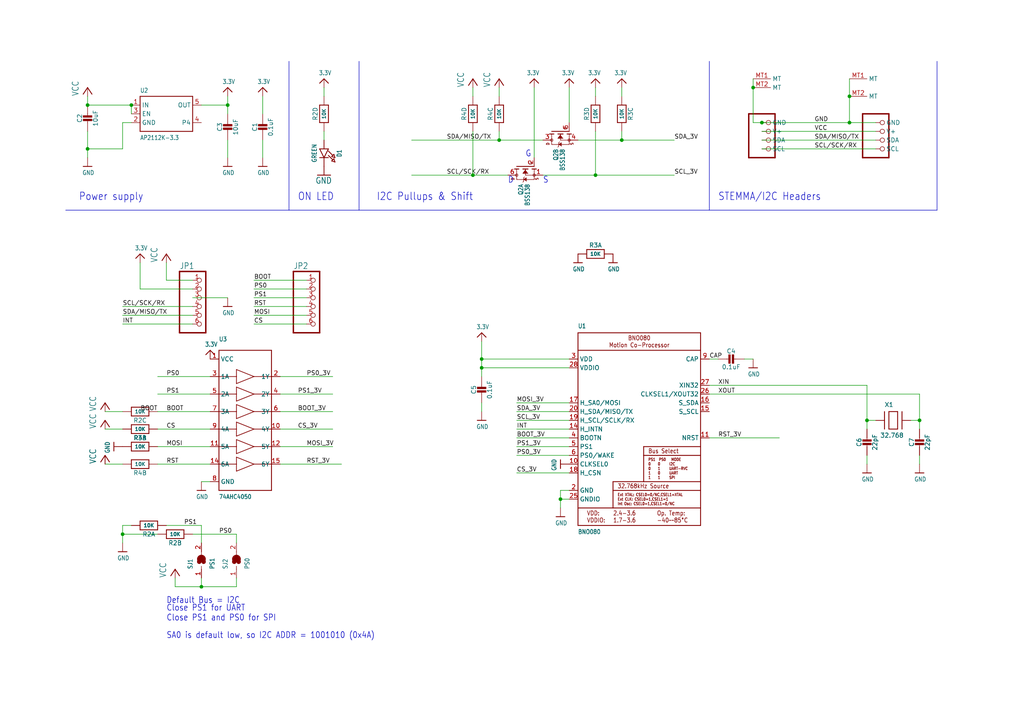
<source format=kicad_sch>
(kicad_sch (version 20230121) (generator eeschema)
  (paper "A4")
  (lib_symbols
    (symbol "Adafruit_BNO08x-eagle-import:3.3V" (power)
      (property "Value" "3.3V" (at -1.524 1.016 0))
      (symbol "3.3V_1_0"
        (pin power_in line (at 0 -2.54 90) (length 2.54) (name "3.3V") (number "1"))
      )
    )
    (symbol "Adafruit_BNO08x-eagle-import:74HC4050DTSSOP"
      (property "Reference" "U" (at -7.62 22.86 0))
      (symbol "74HC4050DTSSOP_1_0"
        (pin bidirectional line (at -10.16 17.78 0) (length 2.54) (name "VCC") (number "1"))
        (pin bidirectional line (at 10.16 -2.54 180) (length 2.54) (name "4Y") (number "10"))
        (pin bidirectional line (at -10.16 -7.62 0) (length 2.54) (name "5A") (number "11"))
        (pin bidirectional line (at 10.16 -7.62 180) (length 2.54) (name "5Y") (number "12"))
        (pin bidirectional line (at -10.16 -12.7 0) (length 2.54) (name "6A") (number "14"))
        (pin bidirectional line (at 10.16 -12.7 180) (length 2.54) (name "6Y") (number "15"))
        (pin bidirectional line (at 10.16 12.7 180) (length 2.54) (name "1Y") (number "2"))
        (pin bidirectional line (at -10.16 12.7 0) (length 2.54) (name "1A") (number "3"))
        (pin bidirectional line (at 10.16 7.62 180) (length 2.54) (name "2Y") (number "4"))
        (pin bidirectional line (at -10.16 7.62 0) (length 2.54) (name "2A") (number "5"))
        (pin bidirectional line (at 10.16 2.54 180) (length 2.54) (name "3Y") (number "6"))
        (pin bidirectional line (at -10.16 2.54 0) (length 2.54) (name "3A") (number "7"))
        (pin bidirectional line (at -10.16 -17.78 0) (length 2.54) (name "GND") (number "8"))
        (pin bidirectional line (at -10.16 -2.54 0) (length 2.54) (name "4A") (number "9"))
      )
    )
    (symbol "Adafruit_BNO08x-eagle-import:BNO080"
      (property "Reference" "U" (at -17.78 29.21 0))
      (symbol "BNO080_1_0"
        (text "2.4-3.6\n1.7-3.6" (at -7.62 -25.4 0) (effects (font (size 1.27 1.0795)) (justify left)))
        (text "32.768kHz Source" (at -6.35 -16.51 0) (effects (font (size 1.27 1.0795)) (justify left)))
        (text "BNO080\nMotion Co-Processor" (at 0 25.4 0) (effects (font (size 1.27 1.0795))))
        (text "Bus Select" (at 2.54 -6.35 0) (effects (font (size 1.27 1.0795)) (justify left)))
        (text "Ext XTAL: CSEL0=0/NC,CSEL1=XTAL\nExt CLK: CSEL0=1,CSEL1=1\nInt Osc: CSEL0=1,CSEL1=0/NC" (at -6.35 -20.32 0) (effects (font (size 0.8128 0.6908)) (justify left)))
        (text "Op. Temp:\n-40~~85°C" (at 5.08 -25.4 0) (effects (font (size 1.27 1.0795)) (justify left)))
        (text "PS1  PS0   MODE\n0    0     I2C\n0    1     UART-RVC\n1    0     UART\n1    1     SPI" (at 2.54 -11.43 0) (effects (font (size 0.8128 0.6908)) (justify left)))
        (text "VDD:\nVDDIO:" (at -15.24 -25.4 0) (effects (font (size 1.27 1.0795)) (justify left)))
        (pin input line (at -20.32 -10.16 0) (length 2.54) (name "CLKSEL0") (number "10"))
        (pin input line (at 20.32 -2.54 180) (length 2.54) (name "NRST") (number "11"))
        (pin output line (at -20.32 0 0) (length 2.54) (name "H_INTN") (number "14"))
        (pin bidirectional line (at 20.32 5.08 180) (length 2.54) (name "S_SCL") (number "15"))
        (pin bidirectional line (at 20.32 7.62 180) (length 2.54) (name "S_SDA") (number "16"))
        (pin output line (at -20.32 7.62 0) (length 2.54) (name "H_SA0/MOSI") (number "17"))
        (pin input line (at -20.32 -12.7 0) (length 2.54) (name "H_CSN") (number "18"))
        (pin bidirectional line (at -20.32 2.54 0) (length 2.54) (name "H_SCL/SCLK/RX") (number "19"))
        (pin power_in line (at -20.32 -17.78 0) (length 2.54) (name "GND") (number "2"))
        (pin bidirectional line (at -20.32 5.08 0) (length 2.54) (name "H_SDA/MISO/TX") (number "20"))
        (pin power_in line (at -20.32 -20.32 0) (length 2.54) (name "GNDIO") (number "25"))
        (pin output line (at 20.32 10.16 180) (length 2.54) (name "CLKSEL1/XOUT32") (number "26"))
        (pin input line (at 20.32 12.7 180) (length 2.54) (name "XIN32") (number "27"))
        (pin power_in line (at -20.32 17.78 0) (length 2.54) (name "VDDIO") (number "28"))
        (pin power_in line (at -20.32 20.32 0) (length 2.54) (name "VDD") (number "3"))
        (pin input line (at -20.32 -2.54 0) (length 2.54) (name "BOOTN") (number "4"))
        (pin input line (at -20.32 -5.08 0) (length 2.54) (name "PS1") (number "5"))
        (pin input line (at -20.32 -7.62 0) (length 2.54) (name "PS0/WAKE") (number "6"))
        (pin passive line (at 20.32 20.32 180) (length 2.54) (name "CAP") (number "9"))
      )
    )
    (symbol "Adafruit_BNO08x-eagle-import:CAP_CERAMIC0603_NO"
      (property "Reference" "C" (at -2.29 1.25 90))
      (symbol "CAP_CERAMIC0603_NO_1_0"
        (pin passive line (at 0 5.08 270) (length 2.54) (name "1") (number "1"))
        (pin passive line (at 0 -2.54 90) (length 2.54) (name "2") (number "2"))
      )
    )
    (symbol "Adafruit_BNO08x-eagle-import:CAP_CERAMIC0805-NOOUTLINE"
      (property "Reference" "C" (at -2.29 1.25 90))
      (symbol "CAP_CERAMIC0805-NOOUTLINE_1_0"
        (pin passive line (at 0 5.08 270) (length 2.54) (name "1") (number "1"))
        (pin passive line (at 0 -2.54 90) (length 2.54) (name "2") (number "2"))
      )
    )
    (symbol "Adafruit_BNO08x-eagle-import:GND" (power)
      (property "Value" "GND" (at -1.524 -2.54 0))
      (symbol "GND_1_0"
        (pin power_in line (at 0 2.54 270) (length 2.54) (name "GND") (number "1"))
      )
    )
    (symbol "Adafruit_BNO08x-eagle-import:HEADER-1X670MIL"
      (property "Reference" "JP" (at -6.35 10.795 0))
      (symbol "HEADER-1X670MIL_1_0"
        (pin passive inverted (at -2.54 7.62 0) (length 2.54) (name "1") (number "1"))
        (pin passive inverted (at -2.54 5.08 0) (length 2.54) (name "2") (number "2"))
        (pin passive inverted (at -2.54 2.54 0) (length 2.54) (name "3") (number "3"))
        (pin passive inverted (at -2.54 0 0) (length 2.54) (name "4") (number "4"))
        (pin passive inverted (at -2.54 -2.54 0) (length 2.54) (name "5") (number "5"))
        (pin passive inverted (at -2.54 -5.08 0) (length 2.54) (name "6") (number "6"))
      )
    )
    (symbol "Adafruit_BNO08x-eagle-import:LED0603_NOOUTLINE"
      (property "Reference" "D" (at -1.27 4.445 0))
      (symbol "LED0603_NOOUTLINE_1_0"
        (pin passive line (at -5.08 0 0) (length 2.54) (name "A") (number "A"))
        (pin passive line (at 2.54 0 180) (length 2.54) (name "C") (number "C"))
      )
    )
    (symbol "Adafruit_BNO08x-eagle-import:MOSFET-N_DUAL"
      (property "Reference" "Q" (at 5.08 0.635 0))
      (symbol "MOSFET-N_DUAL_1_0"
        (text "D" (at 3.175 3.175 0) (effects (font (size 0.8128 0.6908)) (justify left bottom)))
        (text "G" (at -1.27 -1.905 0) (effects (font (size 0.8128 0.6908)) (justify left bottom)))
        (text "S" (at 3.175 -3.81 0) (effects (font (size 0.8128 0.6908)) (justify left bottom)))
        (pin bidirectional line (at 2.54 -5.08 90) (length 2.54) (name "S") (number "1"))
        (pin bidirectional line (at -2.54 -2.54 0) (length 2.54) (name "G") (number "2"))
        (pin bidirectional line (at 2.54 5.08 270) (length 2.54) (name "D") (number "6"))
      )
      (symbol "MOSFET-N_DUAL_2_0"
        (text "D" (at 3.175 3.175 0) (effects (font (size 0.8128 0.6908)) (justify left bottom)))
        (text "G" (at -1.27 -1.905 0) (effects (font (size 0.8128 0.6908)) (justify left bottom)))
        (text "S" (at 3.175 -3.81 0) (effects (font (size 0.8128 0.6908)) (justify left bottom)))
        (pin bidirectional line (at 2.54 5.08 270) (length 2.54) (name "D") (number "3"))
        (pin bidirectional line (at 2.54 -5.08 90) (length 2.54) (name "S") (number "4"))
        (pin bidirectional line (at -2.54 -2.54 0) (length 2.54) (name "G") (number "5"))
      )
    )
    (symbol "Adafruit_BNO08x-eagle-import:RESISTOR_4PACK"
      (property "Reference" "R" (at 0 2.54 0))
      (symbol "RESISTOR_4PACK_1_0"
        (pin passive line (at -5.08 0 0) (length 2.54) (name "1") (number "1"))
        (pin passive line (at 5.08 0 180) (length 2.54) (name "2") (number "8"))
      )
      (symbol "RESISTOR_4PACK_2_0"
        (pin passive line (at -5.08 0 0) (length 2.54) (name "1") (number "2"))
        (pin passive line (at 5.08 0 180) (length 2.54) (name "2") (number "7"))
      )
      (symbol "RESISTOR_4PACK_3_0"
        (pin passive line (at -5.08 0 0) (length 2.54) (name "1") (number "3"))
        (pin passive line (at 5.08 0 180) (length 2.54) (name "2") (number "6"))
      )
      (symbol "RESISTOR_4PACK_4_0"
        (pin passive line (at -5.08 0 0) (length 2.54) (name "1") (number "4"))
        (pin passive line (at 5.08 0 180) (length 2.54) (name "2") (number "5"))
      )
    )
    (symbol "Adafruit_BNO08x-eagle-import:SOLDERJUMPER"
      (property "Reference" "SJ" (at -2.54 2.54 0))
      (symbol "SOLDERJUMPER_1_0"
        (pin passive line (at -5.08 0 0) (length 2.54) (name "1") (number "1"))
        (pin passive line (at 5.08 0 180) (length 2.54) (name "2") (number "2"))
      )
    )
    (symbol "Adafruit_BNO08x-eagle-import:STEMMA_I2C_QT"
      (symbol "STEMMA_I2C_QT_1_0"
        (pin passive inverted (at 0 5.08 0) (length 2.54) (name "GND") (number "1"))
        (pin passive inverted (at 0 2.54 0) (length 2.54) (name "V+") (number "2"))
        (pin passive inverted (at 0 0 0) (length 2.54) (name "SDA") (number "3"))
        (pin passive inverted (at 0 -2.54 0) (length 2.54) (name "SCL") (number "4"))
      )
      (symbol "STEMMA_I2C_QT_2_0"
        (pin bidirectional line (at 0 0 0) (length 5.08) (name "MT") (number "MT1"))
      )
      (symbol "STEMMA_I2C_QT_3_0"
        (pin bidirectional line (at 0 0 0) (length 5.08) (name "MT") (number "MT2"))
      )
    )
    (symbol "Adafruit_BNO08x-eagle-import:VCC" (power)
      (property "Value" "VCC" (at -2.54 -2.54 90))
      (symbol "VCC_1_0"
        (pin power_in line (at 0 -2.54 90) (length 2.54) (name "VCC") (number "1"))
      )
    )
    (symbol "Adafruit_BNO08x-eagle-import:VREG_SOT23-5"
      (property "Reference" "U" (at -7.62 6.096 0))
      (symbol "VREG_SOT23-5_1_0"
        (pin power_in line (at -10.16 2.54 0) (length 2.54) (name "IN") (number "1"))
        (pin power_in line (at -10.16 -2.54 0) (length 2.54) (name "GND") (number "2"))
        (pin input line (at -10.16 0 0) (length 2.54) (name "EN") (number "3"))
        (pin bidirectional line (at 10.16 -2.54 180) (length 2.54) (name "P4") (number "4"))
        (pin power_in line (at 10.16 2.54 180) (length 2.54) (name "OUT") (number "5"))
      )
    )
    (symbol "Adafruit_BNO08x-eagle-import:XTAL-3.2X1.5"
      (property "Reference" "X" (at -2.54 3.81 0))
      (symbol "XTAL-3.2X1.5_1_0"
        (pin bidirectional line (at -5.08 0 0) (length 2.54) (name "P$1") (number "P$1"))
        (pin bidirectional line (at 5.08 0 180) (length 2.54) (name "P$2") (number "P$2"))
      )
    )
    (symbol "Adafruit_BNO08x-eagle-import:supply1_GND" (power)
      (property "Value" "supply1_GND" (at -2.54 -2.54 0))
      (symbol "supply1_GND_1_0"
        (pin power_in line (at 0 2.54 270) (length 2.54) (name "GND") (number "1"))
      )
    )
  )
  (junction (at 218.44 25.4))
  (junction (at 180.34 40.64))
  (junction (at 137.16 50.8))
  (junction (at 251.46 121.92))
  (junction (at 25.4 30.48))
  (junction (at 162.56 144.78))
  (junction (at 139.7 106.68))
  (junction (at 246.38 27.94))
  (junction (at 246.38 35.56))
  (junction (at 220.98 35.56))
  (junction (at 66.04 30.48))
  (junction (at 139.7 104.14))
  (junction (at 172.72 50.8))
  (junction (at 35.56 154.94))
  (junction (at 25.4 43.18))
  (junction (at 38.1 30.48))
  (junction (at 266.7 121.92))
  (junction (at 144.78 40.64))
  (junction (at 58.42 170.18))
  (wire (pts (xy 165.1 127) (xy 149.86 127)) (stroke (width 0.1524)))
  (polyline (pts (xy 83.82 60.96) (xy 104.14 60.96)) (stroke (width 0.1524) (type solid)))
  (wire (pts (xy 165.1 106.68) (xy 139.7 106.68)) (stroke (width 0.1524)))
  (polyline (pts (xy 19.05 60.96) (xy 83.82 60.96)) (stroke (width 0.1524) (type solid)))
  (wire (pts (xy 88.9 93.98) (xy 73.66 93.98)) (stroke (width 0.1524)))
  (polyline (pts (xy 205.74 17.78) (xy 205.74 60.96)) (stroke (width 0.1524) (type solid)))
  (wire (pts (xy 254 121.92) (xy 251.46 121.92)) (stroke (width 0.1524)))
  (wire (pts (xy 88.9 91.44) (xy 73.66 91.44)) (stroke (width 0.1524)))
  (wire (pts (xy 48.26 81.28) (xy 48.26 76.2)) (stroke (width 0.1524)))
  (polyline (pts (xy 205.74 60.96) (xy 271.78 60.96)) (stroke (width 0.1524) (type solid)))
  (wire (pts (xy 220.98 43.18) (xy 254 43.18)) (stroke (width 0.1524)))
  (wire (pts (xy 55.88 91.44) (xy 35.56 91.44)) (stroke (width 0.1524)))
  (wire (pts (xy 147.32 50.8) (xy 137.16 50.8)) (stroke (width 0.1524)))
  (wire (pts (xy 218.44 25.4) (xy 218.44 35.56)) (stroke (width 0.1524)))
  (wire (pts (xy 165.1 137.16) (xy 149.86 137.16)) (stroke (width 0.1524)))
  (wire (pts (xy 68.58 170.18) (xy 58.42 170.18)) (stroke (width 0.1524)))
  (polyline (pts (xy 104.14 60.96) (xy 205.74 60.96)) (stroke (width 0.1524) (type solid)))
  (wire (pts (xy 38.1 35.56) (xy 35.56 35.56)) (stroke (width 0.1524)))
  (wire (pts (xy 60.96 114.3) (xy 45.72 114.3)) (stroke (width 0.1524)))
  (wire (pts (xy 165.1 121.92) (xy 149.86 121.92)) (stroke (width 0.1524)))
  (wire (pts (xy 88.9 83.82) (xy 73.66 83.82)) (stroke (width 0.1524)))
  (wire (pts (xy 81.28 119.38) (xy 96.52 119.38)) (stroke (width 0.1524)))
  (wire (pts (xy 35.56 35.56) (xy 35.56 43.18)) (stroke (width 0.1524)))
  (wire (pts (xy 30.48 134.62) (xy 35.56 134.62)) (stroke (width 0.1524)))
  (wire (pts (xy 218.44 22.86) (xy 218.44 25.4)) (stroke (width 0.1524)))
  (wire (pts (xy 246.38 35.56) (xy 220.98 35.56)) (stroke (width 0.1524)))
  (wire (pts (xy 30.48 124.46) (xy 35.56 124.46)) (stroke (width 0.1524)))
  (wire (pts (xy 266.7 132.08) (xy 266.7 134.62)) (stroke (width 0.1524)))
  (wire (pts (xy 144.78 38.1) (xy 144.78 40.64)) (stroke (width 0.1524)))
  (wire (pts (xy 165.1 129.54) (xy 149.86 129.54)) (stroke (width 0.1524)))
  (wire (pts (xy 172.72 50.8) (xy 195.58 50.8)) (stroke (width 0.1524)))
  (wire (pts (xy 40.64 83.82) (xy 40.64 76.2)) (stroke (width 0.1524)))
  (wire (pts (xy 144.78 27.94) (xy 144.78 25.4)) (stroke (width 0.1524)))
  (wire (pts (xy 35.56 43.18) (xy 25.4 43.18)) (stroke (width 0.1524)))
  (wire (pts (xy 165.1 104.14) (xy 139.7 104.14)) (stroke (width 0.1524)))
  (wire (pts (xy 254 40.64) (xy 220.98 40.64)) (stroke (width 0.1524)))
  (wire (pts (xy 55.88 83.82) (xy 40.64 83.82)) (stroke (width 0.1524)))
  (wire (pts (xy 55.88 154.94) (xy 68.58 154.94)) (stroke (width 0.1524)))
  (wire (pts (xy 165.1 119.38) (xy 149.86 119.38)) (stroke (width 0.1524)))
  (wire (pts (xy 48.26 152.4) (xy 58.42 152.4)) (stroke (width 0.1524)))
  (wire (pts (xy 205.74 127) (xy 226.06 127)) (stroke (width 0.1524)))
  (wire (pts (xy 58.42 167.64) (xy 58.42 170.18)) (stroke (width 0.1524)))
  (wire (pts (xy 96.52 114.3) (xy 81.28 114.3)) (stroke (width 0.1524)))
  (wire (pts (xy 251.46 111.76) (xy 251.46 121.92)) (stroke (width 0.1524)))
  (wire (pts (xy 165.1 142.24) (xy 162.56 142.24)) (stroke (width 0.1524)))
  (wire (pts (xy 180.34 40.64) (xy 195.58 40.64)) (stroke (width 0.1524)))
  (wire (pts (xy 162.56 144.78) (xy 162.56 147.32)) (stroke (width 0.1524)))
  (wire (pts (xy 220.98 38.1) (xy 254 38.1)) (stroke (width 0.1524)))
  (wire (pts (xy 137.16 38.1) (xy 137.16 50.8)) (stroke (width 0.1524)))
  (wire (pts (xy 205.74 104.14) (xy 208.28 104.14)) (stroke (width 0.1524)))
  (polyline (pts (xy 104.14 17.78) (xy 104.14 60.96)) (stroke (width 0.1524) (type solid)))
  (wire (pts (xy 30.48 119.38) (xy 35.56 119.38)) (stroke (width 0.1524)))
  (wire (pts (xy 165.1 144.78) (xy 162.56 144.78)) (stroke (width 0.1524)))
  (wire (pts (xy 66.04 30.48) (xy 66.04 27.94)) (stroke (width 0.1524)))
  (wire (pts (xy 55.88 81.28) (xy 48.26 81.28)) (stroke (width 0.1524)))
  (wire (pts (xy 38.1 33.02) (xy 38.1 30.48)) (stroke (width 0.1524)))
  (wire (pts (xy 139.7 106.68) (xy 139.7 104.14)) (stroke (width 0.1524)))
  (wire (pts (xy 58.42 30.48) (xy 66.04 30.48)) (stroke (width 0.1524)))
  (wire (pts (xy 266.7 114.3) (xy 266.7 121.92)) (stroke (width 0.1524)))
  (wire (pts (xy 45.72 134.62) (xy 60.96 134.62)) (stroke (width 0.1524)))
  (wire (pts (xy 149.86 132.08) (xy 165.1 132.08)) (stroke (width 0.1524)))
  (wire (pts (xy 35.56 154.94) (xy 35.56 157.48)) (stroke (width 0.1524)))
  (wire (pts (xy 205.74 114.3) (xy 266.7 114.3)) (stroke (width 0.1524)))
  (wire (pts (xy 165.1 35.56) (xy 165.1 25.4)) (stroke (width 0.1524)))
  (wire (pts (xy 66.04 30.48) (xy 66.04 33.02)) (stroke (width 0.1524)))
  (wire (pts (xy 251.46 132.08) (xy 251.46 134.62)) (stroke (width 0.1524)))
  (wire (pts (xy 81.28 129.54) (xy 96.52 129.54)) (stroke (width 0.1524)))
  (polyline (pts (xy 83.82 17.78) (xy 83.82 60.96)) (stroke (width 0.1524) (type solid)))
  (wire (pts (xy 154.94 45.72) (xy 154.94 25.4)) (stroke (width 0.1524)))
  (wire (pts (xy 60.96 109.22) (xy 45.72 109.22)) (stroke (width 0.1524)))
  (wire (pts (xy 180.34 27.94) (xy 180.34 25.4)) (stroke (width 0.1524)))
  (wire (pts (xy 88.9 88.9) (xy 73.66 88.9)) (stroke (width 0.1524)))
  (wire (pts (xy 215.9 104.14) (xy 218.44 104.14)) (stroke (width 0.1524)))
  (wire (pts (xy 246.38 22.86) (xy 246.38 27.94)) (stroke (width 0.1524)))
  (wire (pts (xy 58.42 152.4) (xy 58.42 157.48)) (stroke (width 0.1524)))
  (wire (pts (xy 50.8 170.18) (xy 50.8 167.64)) (stroke (width 0.1524)))
  (wire (pts (xy 165.1 124.46) (xy 149.86 124.46)) (stroke (width 0.1524)))
  (wire (pts (xy 25.4 43.18) (xy 25.4 45.72)) (stroke (width 0.1524)))
  (wire (pts (xy 167.64 40.64) (xy 180.34 40.64)) (stroke (width 0.1524)))
  (wire (pts (xy 45.72 154.94) (xy 35.56 154.94)) (stroke (width 0.1524)))
  (polyline (pts (xy 271.78 17.78) (xy 271.78 60.96)) (stroke (width 0.1524) (type solid)))
  (wire (pts (xy 93.98 40.64) (xy 93.98 38.1)) (stroke (width 0.1524)))
  (wire (pts (xy 88.9 81.28) (xy 73.66 81.28)) (stroke (width 0.1524)))
  (wire (pts (xy 157.48 40.64) (xy 144.78 40.64)) (stroke (width 0.1524)))
  (wire (pts (xy 60.96 139.7) (xy 58.42 139.7)) (stroke (width 0.1524)))
  (wire (pts (xy 162.56 142.24) (xy 162.56 144.78)) (stroke (width 0.1524)))
  (wire (pts (xy 172.72 27.94) (xy 172.72 25.4)) (stroke (width 0.1524)))
  (wire (pts (xy 266.7 121.92) (xy 266.7 124.46)) (stroke (width 0.1524)))
  (wire (pts (xy 58.42 170.18) (xy 50.8 170.18)) (stroke (width 0.1524)))
  (wire (pts (xy 66.04 40.64) (xy 66.04 45.72)) (stroke (width 0.1524)))
  (wire (pts (xy 35.56 152.4) (xy 38.1 152.4)) (stroke (width 0.1524)))
  (wire (pts (xy 180.34 38.1) (xy 180.34 40.64)) (stroke (width 0.1524)))
  (wire (pts (xy 55.88 86.36) (xy 66.04 86.36)) (stroke (width 0.1524)))
  (wire (pts (xy 254 35.56) (xy 246.38 35.56)) (stroke (width 0.1524)))
  (wire (pts (xy 144.78 40.64) (xy 119.38 40.64)) (stroke (width 0.1524)))
  (wire (pts (xy 45.72 124.46) (xy 60.96 124.46)) (stroke (width 0.1524)))
  (wire (pts (xy 246.38 27.94) (xy 246.38 35.56)) (stroke (width 0.1524)))
  (wire (pts (xy 68.58 167.64) (xy 68.58 170.18)) (stroke (width 0.1524)))
  (wire (pts (xy 157.48 50.8) (xy 172.72 50.8)) (stroke (width 0.1524)))
  (wire (pts (xy 38.1 30.48) (xy 25.4 30.48)) (stroke (width 0.1524)))
  (wire (pts (xy 55.88 88.9) (xy 35.56 88.9)) (stroke (width 0.1524)))
  (wire (pts (xy 60.96 129.54) (xy 45.72 129.54)) (stroke (width 0.1524)))
  (wire (pts (xy 93.98 25.4) (xy 93.98 27.94)) (stroke (width 0.1524)))
  (wire (pts (xy 76.2 40.64) (xy 76.2 45.72)) (stroke (width 0.1524)))
  (wire (pts (xy 81.28 124.46) (xy 96.52 124.46)) (stroke (width 0.1524)))
  (wire (pts (xy 35.56 152.4) (xy 35.56 154.94)) (stroke (width 0.1524)))
  (wire (pts (xy 218.44 35.56) (xy 220.98 35.56)) (stroke (width 0.1524)))
  (wire (pts (xy 205.74 111.76) (xy 251.46 111.76)) (stroke (width 0.1524)))
  (wire (pts (xy 55.88 93.98) (xy 35.56 93.98)) (stroke (width 0.1524)))
  (wire (pts (xy 88.9 86.36) (xy 73.66 86.36)) (stroke (width 0.1524)))
  (wire (pts (xy 139.7 116.84) (xy 139.7 119.38)) (stroke (width 0.1524)))
  (wire (pts (xy 68.58 154.94) (xy 68.58 157.48)) (stroke (width 0.1524)))
  (wire (pts (xy 25.4 27.94) (xy 25.4 30.48)) (stroke (width 0.1524)))
  (wire (pts (xy 264.16 121.92) (xy 266.7 121.92)) (stroke (width 0.1524)))
  (wire (pts (xy 139.7 109.22) (xy 139.7 106.68)) (stroke (width 0.1524)))
  (wire (pts (xy 139.7 104.14) (xy 139.7 99.06)) (stroke (width 0.1524)))
  (wire (pts (xy 76.2 27.94) (xy 76.2 33.02)) (stroke (width 0.1524)))
  (wire (pts (xy 251.46 121.92) (xy 251.46 124.46)) (stroke (width 0.1524)))
  (wire (pts (xy 165.1 116.84) (xy 149.86 116.84)) (stroke (width 0.1524)))
  (wire (pts (xy 137.16 50.8) (xy 119.38 50.8)) (stroke (width 0.1524)))
  (wire (pts (xy 81.28 134.62) (xy 99.06 134.62)) (stroke (width 0.1524)))
  (wire (pts (xy 81.28 109.22) (xy 96.52 109.22)) (stroke (width 0.1524)))
  (wire (pts (xy 60.96 119.38) (xy 45.72 119.38)) (stroke (width 0.1524)))
  (wire (pts (xy 172.72 38.1) (xy 172.72 50.8)) (stroke (width 0.1524)))
  (wire (pts (xy 25.4 43.18) (xy 25.4 38.1)) (stroke (width 0.1524)))
  (wire (pts (xy 137.16 25.4) (xy 137.16 27.94)) (stroke (width 0.1524)))
  (text "Close PS1 for UART\nClose PS1 and PS0 for SPI" (at 48.26 180.34 0) (effects (font (size 1.778 1.5113)) (justify left bottom)))
  (text "I2C Pullups & Shift" (at 109.22 58.42 0) (effects (font (size 2.1844 1.8567)) (justify left bottom)))
  (text "SA0 is default low, so I2C ADDR = 1001010 (0x4A)" (at 48.26 185.42 0) (effects (font (size 1.778 1.5113)) (justify left bottom)))
  (text "S" (at 157.48 53.34 0) (effects (font (size 1.778 1.5113)) (justify left bottom)))
  (text "Power supply" (at 22.86 58.42 0) (effects (font (size 2.1844 1.8567)) (justify left bottom)))
  (text "G" (at 152.4 45.72 0) (effects (font (size 1.778 1.5113)) (justify left bottom)))
  (text "Default Bus = I2C" (at 48.26 175.26 0) (effects (font (size 1.778 1.5113)) (justify left bottom)))
  (text "D" (at 147.32 53.34 0) (effects (font (size 1.778 1.5113)) (justify left bottom)))
  (text "STEMMA/I2C Headers" (at 208.28 58.42 0) (effects (font (size 2.1844 1.8567)) (justify left bottom)))
  (text "ON LED" (at 86.36 58.42 0) (effects (font (size 2.1844 1.8567)) (justify left bottom)))
  (label "SDA/MISO/TX" (at 35.56 91.44 0) (effects (font (size 1.2446 1.2446))))
  (label "PS0" (at 63.5 154.94 0) (effects (font (size 1.2446 1.2446))))
  (label "SCL/SCK/RX" (at 129.54 50.8 0) (effects (font (size 1.2446 1.2446))))
  (label "PS0_3V" (at 149.86 132.08 0) (effects (font (size 1.2446 1.2446))))
  (label "CS_3V" (at 149.86 137.16 0) (effects (font (size 1.2446 1.2446))))
  (label "MOSI_3V" (at 88.9 129.54 0) (effects (font (size 1.2446 1.2446))))
  (label "PS1_3V" (at 86.36 114.3 0) (effects (font (size 1.2446 1.2446))))
  (label "SCL/SCK/RX" (at 35.56 88.9 0) (effects (font (size 1.2446 1.2446))))
  (label "RST" (at 48.26 134.62 0) (effects (font (size 1.2446 1.2446))))
  (label "BOOT_3V" (at 86.36 119.38 0) (effects (font (size 1.2446 1.2446))))
  (label "GND" (at 236.22 35.56 0) (effects (font (size 1.2446 1.2446))))
  (label "SDA/MISO/TX" (at 236.22 40.64 0) (effects (font (size 1.2446 1.2446))))
  (label "CS" (at 48.26 124.46 0) (effects (font (size 1.2446 1.2446))))
  (label "CAP" (at 205.74 104.14 0) (effects (font (size 1.2446 1.2446))))
  (label "RST_3V" (at 88.9 134.62 0) (effects (font (size 1.2446 1.2446))))
  (label "XIN" (at 208.28 111.76 0) (effects (font (size 1.2446 1.2446))))
  (label "BOOT" (at 73.66 81.28 0) (effects (font (size 1.2446 1.2446))))
  (label "VCC" (at 236.22 38.1 0) (effects (font (size 1.2446 1.2446))))
  (label "PS1_3V" (at 149.86 129.54 0) (effects (font (size 1.2446 1.2446))))
  (label "SCL_3V" (at 195.58 50.8 0) (effects (font (size 1.2446 1.2446))))
  (label "SDA_3V" (at 149.86 119.38 0) (effects (font (size 1.2446 1.2446))))
  (label "SCL_3V" (at 149.86 121.92 0) (effects (font (size 1.2446 1.2446))))
  (label "SCL/SCK/RX" (at 236.22 43.18 0) (effects (font (size 1.2446 1.2446))))
  (label "CS_3V" (at 86.36 124.46 0) (effects (font (size 1.2446 1.2446))))
  (label "CS" (at 73.66 93.98 0) (effects (font (size 1.2446 1.2446))))
  (label "BOOT_3V" (at 149.86 127 0) (effects (font (size 1.2446 1.2446))))
  (label "MOSI" (at 73.66 91.44 0) (effects (font (size 1.2446 1.2446))))
  (label "MOSI" (at 48.26 129.54 0) (effects (font (size 1.2446 1.2446))))
  (label "PS1" (at 73.66 86.36 0) (effects (font (size 1.2446 1.2446))))
  (label "MOSI_3V" (at 149.86 116.84 0) (effects (font (size 1.2446 1.2446))))
  (label "SDA_3V" (at 195.58 40.64 0) (effects (font (size 1.2446 1.2446))))
  (label "INT" (at 149.86 124.46 0) (effects (font (size 1.2446 1.2446))))
  (label "RST" (at 73.66 88.9 0) (effects (font (size 1.2446 1.2446))))
  (label "PS0_3V" (at 88.9 109.22 0) (effects (font (size 1.2446 1.2446))))
  (label "BOOT" (at 48.26 119.38 0) (effects (font (size 1.2446 1.2446))))
  (label "PS1" (at 53.34 152.4 0) (effects (font (size 1.2446 1.2446))))
  (label "PS1" (at 48.26 114.3 0) (effects (font (size 1.2446 1.2446))))
  (label "SDA/MISO/TX" (at 129.54 40.64 0) (effects (font (size 1.2446 1.2446))))
  (label "INT" (at 35.56 93.98 0) (effects (font (size 1.2446 1.2446))))
  (label "RST_3V" (at 208.28 127 0) (effects (font (size 1.2446 1.2446))))
  (label "PS0" (at 73.66 83.82 0) (effects (font (size 1.2446 1.2446))))
  (label "BOOT" (at 45.72 119.38 180) (effects (font (size 1.2446 1.2446))))
  (label "XOUT" (at 208.28 114.3 0) (effects (font (size 1.2446 1.2446))))
  (label "PS0" (at 48.26 109.22 0) (effects (font (size 1.2446 1.2446))))
  (symbol (lib_id "Adafruit_BNO08x-eagle-import:GND") (at 218.44 106.68 0) (unit 1)
    (property "Reference" "#U$08" (effects hide))
    (property "Value" "GND" (at 216.916 109.22 0) (effects (font (size 1.27 1.0795)) (justify left bottom)))
    (instances (project "Adafruit_BNO08x" (path "" (reference "#U$08") (unit 1))) (project "tiny_rocket_av_bay" (path "" (reference "#U$024") (unit 1))))
  )
  (symbol (lib_id "Adafruit_BNO08x-eagle-import:VCC") (at 30.48 121.92 0) (unit 1)
    (property "Reference" "#P+05" (effects hide))
    (property "Value" "VCC" (at 27.94 124.46 90) (effects (font (size 1.778 1.5113)) (justify left bottom)))
    (instances (project "Adafruit_BNO08x" (path "" (reference "#P+05") (unit 1))) (project "tiny_rocket_av_bay" (path "" (reference "#P+03") (unit 1))))
  )
  (symbol (lib_id "Adafruit_BNO08x-eagle-import:GND") (at 66.04 88.9 0) (unit 1)
    (property "Reference" "#U$010" (effects hide))
    (property "Value" "GND" (at 64.516 91.44 0) (effects (font (size 1.27 1.0795)) (justify left bottom)))
  )
  (symbol (lib_id "Adafruit_BNO08x-eagle-import:VCC") (at 137.16 22.86 0) (unit 1)
    (property "Reference" "#P+01" (effects hide))
    (property "Value" "VCC" (at 134.62 25.4 90) (effects (font (size 1.778 1.5113)) (justify left bottom)))
    (instances (project "Adafruit_BNO08x" (path "" (reference "#P+01") (unit 1))) (project "tiny_rocket_av_bay" (path "" (reference "#P+07") (unit 1))))
  )
  (symbol (lib_id "Adafruit_BNO08x-eagle-import:VCC") (at 50.8 165.1 0) (unit 1)
    (property "Reference" "#P+08" (effects hide))
    (property "Value" "VCC" (at 48.26 167.64 90) (effects (font (size 1.778 1.5113)) (justify left bottom)))
    (instances (project "Adafruit_BNO08x" (path "" (reference "#P+08") (unit 1))) (project "tiny_rocket_av_bay" (path "" (reference "#P+06") (unit 1))))
  )
  (symbol (lib_id "Adafruit_BNO08x-eagle-import:3.3V") (at 180.34 22.86 0) (mirror y) (unit 1)
    (property "Reference" "#U$07" (effects hide))
    (property "Value" "3.3V" (at 181.864 21.844 0) (effects (font (size 1.27 1.0795)) (justify left bottom)))
    (instances (project "Adafruit_BNO08x" (path "" (reference "#U$07") (unit 1))) (project "tiny_rocket_av_bay" (path "" (reference "#U$023") (unit 1))))
  )
  (symbol (lib_id "Adafruit_BNO08x-eagle-import:RESISTOR_4PACK") (at 180.34 33.02 270) (unit 3)
    (property "Reference" "R3" (at 182.88 33.02 0))
    (property "Value" "10K" (at 180.34 33.02 0) (effects (font (size 1.016 1.016) bold)))
    (property "Footprint" "Adafruit_BNO08x:RESPACK_4X0603" (effects hide))
    (instances (project "Adafruit_BNO08x" (path "" (reference "R3") (unit 3))) (project "tiny_rocket_av_bay" (path "" (reference "R12") (unit 3))))
  )
  (symbol (lib_id "Adafruit_BNO08x-eagle-import:CAP_CERAMIC0603_NO") (at 266.7 129.54 0) (unit 1)
    (property "Reference" "C7" (at 264.41 128.29 90))
    (property "Value" "22pF" (at 269 128.29 90))
    (property "Footprint" "Adafruit_BNO08x:0603-NO" (effects hide))
    (instances (project "Adafruit_BNO08x" (path "" (reference "C7") (unit 1))) (project "tiny_rocket_av_bay" (path "" (reference "C11") (unit 1))))
  )
  (symbol (lib_id "Adafruit_BNO08x-eagle-import:VCC") (at 30.48 116.84 0) (unit 1)
    (property "Reference" "#P+07" (effects hide))
    (property "Value" "VCC" (at 27.94 119.38 90) (effects (font (size 1.778 1.5113)) (justify left bottom)))
    (instances (project "Adafruit_BNO08x" (path "" (reference "#P+07") (unit 1))) (project "tiny_rocket_av_bay" (path "" (reference "#P+02") (unit 1))))
  )
  (symbol (lib_id "Adafruit_BNO08x-eagle-import:3.3V") (at 154.94 22.86 0) (mirror y) (unit 1)
    (property "Reference" "#U$026" (effects hide))
    (property "Value" "3.3V" (at 156.464 21.844 0) (effects (font (size 1.27 1.0795)) (justify left bottom)))
    (instances (project "Adafruit_BNO08x" (path "" (reference "#U$026") (unit 1))) (project "tiny_rocket_av_bay" (path "" (reference "#U$016") (unit 1))))
  )
  (symbol (lib_id "Adafruit_BNO08x-eagle-import:RESISTOR_4PACK") (at 43.18 152.4 180) (unit 1)
    (property "Reference" "R2" (at 43.18 154.94 0))
    (property "Value" "10K" (at 43.18 152.4 0) (effects (font (size 1.016 1.016) bold)))
    (property "Footprint" "Adafruit_BNO08x:RESPACK_4X0603" (effects hide))
    (instances (project "Adafruit_BNO08x" (path "" (reference "R2") (unit 1))) (project "tiny_rocket_av_bay" (path "" (reference "R10") (unit 1))))
  )
  (symbol (lib_id "Adafruit_BNO08x-eagle-import:GND") (at 251.46 137.16 0) (unit 1)
    (property "Reference" "#U$012" (effects hide))
    (property "Value" "GND" (at 249.936 139.7 0) (effects (font (size 1.27 1.0795)) (justify left bottom)))
    (instances (project "Adafruit_BNO08x" (path "" (reference "#U$012") (unit 1))) (project "tiny_rocket_av_bay" (path "" (reference "#U$025") (unit 1))))
  )
  (symbol (lib_id "Adafruit_BNO08x-eagle-import:RESISTOR_4PACK") (at 40.64 134.62 180) (unit 2)
    (property "Reference" "R4" (at 40.64 137.16 0))
    (property "Value" "10K" (at 40.64 134.62 0) (effects (font (size 1.016 1.016) bold)))
    (property "Footprint" "Adafruit_BNO08x:RESPACK_4X0603" (effects hide))
    (instances (project "Adafruit_BNO08x" (path "" (reference "R4") (unit 2))) (project "tiny_rocket_av_bay" (path "" (reference "R11") (unit 2))))
  )
  (symbol (lib_id "Adafruit_BNO08x-eagle-import:VCC") (at 25.4 25.4 0) (unit 1)
    (property "Reference" "#P+03" (effects hide))
    (property "Value" "VCC" (at 22.86 27.94 90) (effects (font (size 1.778 1.5113)) (justify left bottom)))
    (instances (project "Adafruit_BNO08x" (path "" (reference "#P+03") (unit 1))) (project "tiny_rocket_av_bay" (path "" (reference "#P+01") (unit 1))))
  )
  (symbol (lib_id "Adafruit_BNO08x-eagle-import:RESISTOR_4PACK") (at 172.72 73.66 0) (unit 1)
    (property "Reference" "R3" (at 172.72 71.12 0))
    (property "Value" "10K" (at 172.72 73.66 0) (effects (font (size 1.016 1.016) bold)))
    (property "Footprint" "Adafruit_BNO08x:RESPACK_4X0603" (effects hide))
    (instances (project "Adafruit_BNO08x" (path "" (reference "R3") (unit 1))) (project "tiny_rocket_av_bay" (path "" (reference "R12") (unit 1))))
  )
  (symbol (lib_id "Adafruit_BNO08x-eagle-import:SOLDERJUMPER") (at 68.58 162.56 90) (unit 1)
    (property "Reference" "SJ2" (at 66.04 165.1 0) (effects (font (size 1.27 1.0795)) (justify left bottom)))
    (property "Value" "PS0" (at 72.39 165.1 0) (effects (font (size 1.27 1.0795)) (justify left bottom)))
    (property "Footprint" "Adafruit_BNO08x:SOLDERJUMPER_ARROW_NOPASTE" (effects hide))
  )
  (symbol (lib_id "Adafruit_BNO08x-eagle-import:GND") (at 58.42 142.24 0) (unit 1)
    (property "Reference" "#U$034" (effects hide))
    (property "Value" "GND" (at 56.896 144.78 0) (effects (font (size 1.27 1.0795)) (justify left bottom)))
    (instances (project "Adafruit_BNO08x" (path "" (reference "#U$034") (unit 1))) (project "tiny_rocket_av_bay" (path "" (reference "#U$06") (unit 1))))
  )
  (symbol (lib_id "Adafruit_BNO08x-eagle-import:GND") (at 167.64 76.2 0) (unit 1)
    (property "Reference" "#U$033" (effects hide))
    (property "Value" "GND" (at 166.116 78.74 0) (effects (font (size 1.27 1.0795)) (justify left bottom)))
    (instances (project "Adafruit_BNO08x" (path "" (reference "#U$033") (unit 1))) (project "tiny_rocket_av_bay" (path "" (reference "#U$020") (unit 1))))
  )
  (symbol (lib_id "Adafruit_BNO08x-eagle-import:GND") (at 162.56 134.62 270) (unit 1)
    (property "Reference" "#U$027" (effects hide))
    (property "Value" "GND" (at 160.02 133.096 0) (effects (font (size 1.27 1.0795)) (justify left bottom)))
    (instances (project "Adafruit_BNO08x" (path "" (reference "#U$027") (unit 1))) (project "tiny_rocket_av_bay" (path "" (reference "#U$017") (unit 1))))
  )
  (symbol (lib_id "Adafruit_BNO08x-eagle-import:XTAL-3.2X1.5") (at 259.08 121.92 0) (unit 1)
    (property "Reference" "X1" (at 256.54 118.11 0) (effects (justify left bottom)))
    (property "Value" "32.768" (at 255.27 127 0) (effects (justify left bottom)))
    (property "Footprint" "Adafruit_BNO08x:XTAL3215" (effects hide))
  )
  (symbol (lib_id "Adafruit_BNO08x-eagle-import:SOLDERJUMPER") (at 58.42 162.56 90) (unit 1)
    (property "Reference" "SJ1" (at 55.88 165.1 0) (effects (font (size 1.27 1.0795)) (justify left bottom)))
    (property "Value" "PS1" (at 62.23 165.1 0) (effects (font (size 1.27 1.0795)) (justify left bottom)))
    (property "Footprint" "Adafruit_BNO08x:SOLDERJUMPER_ARROW_NOPASTE" (effects hide))
  )
  (symbol (lib_id "Adafruit_BNO08x-eagle-import:RESISTOR_4PACK") (at 144.78 33.02 90) (unit 3)
    (property "Reference" "R4" (at 142.24 33.02 0))
    (property "Value" "10K" (at 144.78 33.02 0) (effects (font (size 1.016 1.016) bold)))
    (property "Footprint" "Adafruit_BNO08x:RESPACK_4X0603" (effects hide))
    (instances (project "Adafruit_BNO08x" (path "" (reference "R4") (unit 3))) (project "tiny_rocket_av_bay" (path "" (reference "R11") (unit 3))))
  )
  (symbol (lib_id "Adafruit_BNO08x-eagle-import:VREG_SOT23-5") (at 48.26 33.02 0) (unit 1)
    (property "Reference" "U2" (at 40.64 26.924 0) (effects (font (size 1.27 1.0795)) (justify left bottom)))
    (property "Value" "AP2112K-3.3" (at 40.64 40.64 0) (effects (font (size 1.27 1.0795)) (justify left bottom)))
    (property "Footprint" "Adafruit_BNO08x:SOT23-5" (effects hide))
    (property "Datasheet" "https://www.diodes.com/assets/Datasheets/AP2112.pdf" (effects hide))
    (instances (project "Adafruit_BNO08x" (path "" (reference "U2") (unit 1))) (project "tiny_rocket_av_bay" (path "" (reference "U4") (unit 1))))
  )
  (symbol (lib_id "Adafruit_BNO08x-eagle-import:MOSFET-N_DUAL") (at 152.4 48.26 90) (mirror x) (unit 1)
    (property "Reference" "Q2" (at 151.765 53.34 0) (effects (font (size 1.27 1.0795)) (justify left bottom)))
    (property "Value" "BSS138" (at 153.67 53.34 0) (effects (font (size 1.27 1.0795)) (justify left bottom)))
    (property "Footprint" "Adafruit_BNO08x:SOT363" (effects hide))
    (property "Datasheet" "https://www.digikey.com/en/products/detail/onsemi/BSS138L/5044761" (effects hide))
    (instances (project "Adafruit_BNO08x" (path "" (reference "Q2") (unit 1))) (project "tiny_rocket_av_bay" (path "" (reference "Q4") (unit 1))))
  )
  (symbol (lib_id "Adafruit_BNO08x-eagle-import:3.3V") (at 66.04 25.4 0) (unit 1)
    (property "Reference" "#U$015" (effects hide))
    (property "Value" "3.3V" (at 64.516 24.384 0) (effects (font (size 1.27 1.0795)) (justify left bottom)))
    (instances (project "Adafruit_BNO08x" (path "" (reference "#U$015") (unit 1))) (project "tiny_rocket_av_bay" (path "" (reference "#U$08") (unit 1))))
  )
  (symbol (lib_id "Adafruit_BNO08x-eagle-import:GND") (at 66.04 48.26 0) (unit 1)
    (property "Reference" "#U$05" (effects hide))
    (property "Value" "GND" (at 64.516 50.8 0) (effects (font (size 1.27 1.0795)) (justify left bottom)))
    (instances (project "Adafruit_BNO08x" (path "" (reference "#U$05") (unit 1))) (project "tiny_rocket_av_bay" (path "" (reference "#U$09") (unit 1))))
  )
  (symbol (lib_id "Adafruit_BNO08x-eagle-import:3.3V") (at 76.2 25.4 0) (unit 1)
    (property "Reference" "#U$014" (effects hide))
    (property "Value" "3.3V" (at 74.676 24.384 0) (effects (font (size 1.27 1.0795)) (justify left bottom)))
    (instances (project "Adafruit_BNO08x" (path "" (reference "#U$014") (unit 1))) (project "tiny_rocket_av_bay" (path "" (reference "#U$011") (unit 1))))
  )
  (symbol (lib_id "Adafruit_BNO08x-eagle-import:GND") (at 162.56 149.86 0) (unit 1)
    (property "Reference" "#U$02" (effects hide))
    (property "Value" "GND" (at 161.036 152.4 0) (effects (font (size 1.27 1.0795)) (justify left bottom)))
    (instances (project "Adafruit_BNO08x" (path "" (reference "#U$02") (unit 1))) (project "tiny_rocket_av_bay" (path "" (reference "#U$018") (unit 1))))
  )
  (symbol (lib_id "Adafruit_BNO08x-eagle-import:CAP_CERAMIC0805-NOOUTLINE") (at 25.4 35.56 0) (unit 1)
    (property "Reference" "C2" (at 23.11 34.31 90))
    (property "Value" "10uF" (at 27.7 34.31 90))
    (property "Footprint" "Adafruit_BNO08x:0805-NO" (effects hide))
    (instances (project "Adafruit_BNO08x" (path "" (reference "C2") (unit 1))) (project "tiny_rocket_av_bay" (path "" (reference "C5") (unit 1))))
  )
  (symbol (lib_id "Adafruit_BNO08x-eagle-import:VCC") (at 30.48 132.08 0) (unit 1)
    (property "Reference" "#P+06" (effects hide))
    (property "Value" "VCC" (at 27.94 134.62 90) (effects (font (size 1.778 1.5113)) (justify left bottom)))
    (instances (project "Adafruit_BNO08x" (path "" (reference "#P+06") (unit 1))) (project "tiny_rocket_av_bay" (path "" (reference "#P+04") (unit 1))))
  )
  (symbol (lib_id "Adafruit_BNO08x-eagle-import:BNO080") (at 185.42 124.46 0) (unit 1)
    (property "Reference" "U1" (at 167.64 95.25 0) (effects (font (size 1.27 1.0795)) (justify left bottom)))
    (property "Value" "BNO080" (at 167.64 154.94 0) (effects (font (size 1.27 1.0795)) (justify left bottom)))
    (property "Footprint" "Adafruit_BNO08x:BNO080" (effects hide))
    (property "Datasheet" "https://www.ceva-dsp.com/wp-content/uploads/2019/10/BNO080_085-Datasheet.pdf" (effects hide))
    (instances (project "Adafruit_BNO08x" (path "" (reference "U1") (unit 1))) (project "tiny_rocket_av_bay" (path "" (reference "U6") (unit 1))))
  )
  (symbol (lib_id "Adafruit_BNO08x-eagle-import:3.3V") (at 165.1 22.86 0) (mirror y) (unit 1)
    (property "Reference" "#U$023" (effects hide))
    (property "Value" "3.3V" (at 166.624 21.844 0) (effects (font (size 1.27 1.0795)) (justify left bottom)))
    (instances (project "Adafruit_BNO08x" (path "" (reference "#U$023") (unit 1))) (project "tiny_rocket_av_bay" (path "" (reference "#U$019") (unit 1))))
  )
  (symbol (lib_id "Adafruit_BNO08x-eagle-import:GND") (at 25.4 48.26 0) (unit 1)
    (property "Reference" "#U$013" (effects hide))
    (property "Value" "GND" (at 23.876 50.8 0) (effects (font (size 1.27 1.0795)) (justify left bottom)))
    (instances (project "Adafruit_BNO08x" (path "" (reference "#U$013") (unit 1))) (project "tiny_rocket_av_bay" (path "" (reference "#U$02") (unit 1))))
  )
  (symbol (lib_id "Adafruit_BNO08x-eagle-import:LED0603_NOOUTLINE") (at 93.98 45.72 270) (unit 1)
    (property "Reference" "D1" (at 98.425 44.45 0) (effects (font (size 1.27 1.0795))))
    (property "Value" "GREEN" (at 91.186 44.45 0) (effects (font (size 1.27 1.0795))))
    (property "Footprint" "Adafruit_BNO08x:CHIPLED_0603_NOOUTLINE" (effects hide))
  )
  (symbol (lib_id "Adafruit_BNO08x-eagle-import:RESISTOR_4PACK") (at 40.64 124.46 180) (unit 1)
    (property "Reference" "R4" (at 40.64 127 0))
    (property "Value" "10K" (at 40.64 124.46 0) (effects (font (size 1.016 1.016) bold)))
    (property "Footprint" "Adafruit_BNO08x:RESPACK_4X0603" (effects hide))
    (instances (project "Adafruit_BNO08x" (path "" (reference "R4") (unit 1))) (project "tiny_rocket_av_bay" (path "" (reference "R11") (unit 1))))
  )
  (symbol (lib_id "Adafruit_BNO08x-eagle-import:CAP_CERAMIC0603_NO") (at 139.7 114.3 0) (unit 1)
    (property "Reference" "C5" (at 137.41 113.05 90))
    (property "Value" "0.1uF" (at 142 113.05 90))
    (property "Footprint" "Adafruit_BNO08x:0603-NO" (effects hide))
    (instances (project "Adafruit_BNO08x" (path "" (reference "C5") (unit 1))) (project "tiny_rocket_av_bay" (path "" (reference "C8") (unit 1))))
  )
  (symbol (lib_id "Adafruit_BNO08x-eagle-import:GND") (at 76.2 48.26 0) (unit 1)
    (property "Reference" "#U$06" (effects hide))
    (property "Value" "GND" (at 74.676 50.8 0) (effects (font (size 1.27 1.0795)) (justify left bottom)))
    (instances (project "Adafruit_BNO08x" (path "" (reference "#U$06") (unit 1))) (project "tiny_rocket_av_bay" (path "" (reference "#U$012") (unit 1))))
  )
  (symbol (lib_id "Adafruit_BNO08x-eagle-import:3.3V") (at 60.96 101.6 0) (unit 1)
    (property "Reference" "#U$032" (effects hide))
    (property "Value" "3.3V" (at 59.436 100.584 0) (effects (font (size 1.27 1.0795)) (justify left bottom)))
    (instances (project "Adafruit_BNO08x" (path "" (reference "#U$032") (unit 1))) (project "tiny_rocket_av_bay" (path "" (reference "#U$07") (unit 1))))
  )
  (symbol (lib_id "Adafruit_BNO08x-eagle-import:GND") (at 33.02 129.54 270) (unit 1)
    (property "Reference" "#U$020" (effects hide))
    (property "Value" "GND" (at 30.48 128.016 0) (effects (font (size 1.27 1.0795)) (justify left bottom)))
    (instances (project "Adafruit_BNO08x" (path "" (reference "#U$020") (unit 1))) (project "tiny_rocket_av_bay" (path "" (reference "#U$03") (unit 1))))
  )
  (symbol (lib_id "Adafruit_BNO08x-eagle-import:VCC") (at 144.78 22.86 0) (unit 1)
    (property "Reference" "#P+02" (effects hide))
    (property "Value" "VCC" (at 142.24 25.4 90) (effects (font (size 1.778 1.5113)) (justify left bottom)))
    (instances (project "Adafruit_BNO08x" (path "" (reference "#P+02") (unit 1))) (project "tiny_rocket_av_bay" (path "" (reference "#P+08") (unit 1))))
  )
  (symbol (lib_id "Adafruit_BNO08x-eagle-import:3.3V") (at 172.72 22.86 0) (mirror y) (unit 1)
    (property "Reference" "#U$024" (effects hide))
    (property "Value" "3.3V" (at 174.244 21.844 0) (effects (font (size 1.27 1.0795)) (justify left bottom)))
    (instances (project "Adafruit_BNO08x" (path "" (reference "#U$024") (unit 1))) (project "tiny_rocket_av_bay" (path "" (reference "#U$021") (unit 1))))
  )
  (symbol (lib_id "Adafruit_BNO08x-eagle-import:GND") (at 139.7 121.92 0) (unit 1)
    (property "Reference" "#U$011" (effects hide))
    (property "Value" "GND" (at 138.176 124.46 0) (effects (font (size 1.27 1.0795)) (justify left bottom)))
    (instances (project "Adafruit_BNO08x" (path "" (reference "#U$011") (unit 1))) (project "tiny_rocket_av_bay" (path "" (reference "#U$015") (unit 1))))
  )
  (symbol (lib_id "Adafruit_BNO08x-eagle-import:STEMMA_I2C_QT") (at 254 40.64 0) (unit 1)
    (property "Reference" "CONN4" (effects hide))
    (property "Value" "STEMMA_I2C_QT" (effects hide))
    (property "Footprint" "Adafruit_BNO08x:JST_SH4" (effects hide))
    (instances (project "Adafruit_BNO08x" (path "" (reference "CONN4") (unit 1))) (project "tiny_rocket_av_bay" (path "" (reference "CONN2") (unit 1))))
  )
  (symbol (lib_id "Adafruit_BNO08x-eagle-import:3.3V") (at 40.64 73.66 0) (unit 1)
    (property "Reference" "#U$016" (effects hide))
    (property "Value" "3.3V" (at 39.116 72.644 0) (effects (font (size 1.27 1.0795)) (justify left bottom)))
    (instances (project "Adafruit_BNO08x" (path "" (reference "#U$016") (unit 1))) (project "tiny_rocket_av_bay" (path "" (reference "#U$05") (unit 1))))
  )
  (symbol (lib_id "Adafruit_BNO08x-eagle-import:STEMMA_I2C_QT") (at 218.44 22.86 0) (unit 2)
    (property "Reference" "CONN3" (effects hide))
    (property "Value" "STEMMA_I2C_QT" (effects hide))
    (property "Footprint" "Adafruit_BNO08x:JST_SH4" (effects hide))
    (instances (project "Adafruit_BNO08x" (path "" (reference "CONN3") (unit 2))) (project "tiny_rocket_av_bay" (path "" (reference "CONN1") (unit 2))))
  )
  (symbol (lib_id "Adafruit_BNO08x-eagle-import:RESISTOR_4PACK") (at 93.98 33.02 90) (unit 4)
    (property "Reference" "R2" (at 91.44 33.02 0))
    (property "Value" "10K" (at 93.98 33.02 0) (effects (font (size 1.016 1.016) bold)))
    (property "Footprint" "Adafruit_BNO08x:RESPACK_4X0603" (effects hide))
    (instances (project "Adafruit_BNO08x" (path "" (reference "R2") (unit 4))) (project "tiny_rocket_av_bay" (path "" (reference "R10") (unit 4))))
  )
  (symbol (lib_id "Adafruit_BNO08x-eagle-import:CAP_CERAMIC0603_NO") (at 251.46 129.54 0) (unit 1)
    (property "Reference" "C6" (at 249.17 128.29 90))
    (property "Value" "22pF" (at 253.76 128.29 90))
    (property "Footprint" "Adafruit_BNO08x:0603-NO" (effects hide))
    (instances (project "Adafruit_BNO08x" (path "" (reference "C6") (unit 1))) (project "tiny_rocket_av_bay" (path "" (reference "C10") (unit 1))))
  )
  (symbol (lib_id "Adafruit_BNO08x-eagle-import:MOSFET-N_DUAL") (at 162.56 38.1 90) (mirror x) (unit 2)
    (property "Reference" "Q2" (at 161.925 43.18 0) (effects (font (size 1.27 1.0795)) (justify left bottom)))
    (property "Value" "BSS138" (at 163.83 43.18 0) (effects (font (size 1.27 1.0795)) (justify left bottom)))
    (property "Footprint" "Adafruit_BNO08x:SOT363" (effects hide))
    (property "Datasheet" "https://www.digikey.com/en/products/detail/onsemi/BSS138L/5044761" (effects hide))
    (instances (project "Adafruit_BNO08x" (path "" (reference "Q2") (unit 2))) (project "tiny_rocket_av_bay" (path "" (reference "Q4") (unit 2))))
  )
  (symbol (lib_id "Adafruit_BNO08x-eagle-import:GND") (at 177.8 76.2 0) (unit 1)
    (property "Reference" "#U$029" (effects hide))
    (property "Value" "GND" (at 176.276 78.74 0) (effects (font (size 1.27 1.0795)) (justify left bottom)))
    (instances (project "Adafruit_BNO08x" (path "" (reference "#U$029") (unit 1))) (project "tiny_rocket_av_bay" (path "" (reference "#U$022") (unit 1))))
  )
  (symbol (lib_id "Adafruit_BNO08x-eagle-import:VCC") (at 48.26 73.66 0) (unit 1)
    (property "Reference" "#P+04" (effects hide))
    (property "Value" "VCC" (at 45.72 76.2 90) (effects (font (size 1.778 1.5113)) (justify left bottom)))
    (instances (project "Adafruit_BNO08x" (path "" (reference "#P+04") (unit 1))) (project "tiny_rocket_av_bay" (path "" (reference "#P+05") (unit 1))))
  )
  (symbol (lib_id "Adafruit_BNO08x-eagle-import:3.3V") (at 93.98 22.86 0) (unit 1)
    (property "Reference" "#U$03" (effects hide))
    (property "Value" "3.3V" (at 92.456 21.844 0) (effects (font (size 1.27 1.0795)) (justify left bottom)))
    (instances (project "Adafruit_BNO08x" (path "" (reference "#U$03") (unit 1))) (project "tiny_rocket_av_bay" (path "" (reference "#U$013") (unit 1))))
  )
  (symbol (lib_id "Adafruit_BNO08x-eagle-import:3.3V") (at 139.7 96.52 0) (unit 1)
    (property "Reference" "#U$04" (effects hide))
    (property "Value" "3.3V" (at 138.176 95.504 0) (effects (font (size 1.27 1.0795)) (justify left bottom)))
    (instances (project "Adafruit_BNO08x" (path "" (reference "#U$04") (unit 1))) (project "tiny_rocket_av_bay" (path "" (reference "#U$014") (unit 1))))
  )
  (symbol (lib_id "Adafruit_BNO08x-eagle-import:HEADER-1X670MIL") (at 91.44 88.9 0) (unit 1)
    (property "Reference" "JP2" (at 85.09 78.105 0) (effects (font (size 1.778 1.5113)) (justify left bottom)))
    (property "Value" "HEADER-1X670MIL" (effects hide))
    (property "Footprint" "Adafruit_BNO08x:1X06_ROUND_70" (effects hide))
  )
  (symbol (lib_id "Adafruit_BNO08x-eagle-import:CAP_CERAMIC0603_NO") (at 210.82 104.14 270) (unit 1)
    (property "Reference" "C4" (at 212.07 101.85 90))
    (property "Value" "0.1uF" (at 212.07 106.44 90))
    (property "Footprint" "Adafruit_BNO08x:0603-NO" (effects hide))
    (instances (project "Adafruit_BNO08x" (path "" (reference "C4") (unit 1))) (project "tiny_rocket_av_bay" (path "" (reference "C9") (unit 1))))
  )
  (symbol (lib_id "Adafruit_BNO08x-eagle-import:RESISTOR_4PACK") (at 50.8 154.94 180) (unit 2)
    (property "Reference" "R2" (at 50.8 157.48 0))
    (property "Value" "10K" (at 50.8 154.94 0) (effects (font (size 1.016 1.016) bold)))
    (property "Footprint" "Adafruit_BNO08x:RESPACK_4X0603" (effects hide))
    (instances (project "Adafruit_BNO08x" (path "" (reference "R2") (unit 2))) (project "tiny_rocket_av_bay" (path "" (reference "R10") (unit 2))))
  )
  (symbol (lib_id "Adafruit_BNO08x-eagle-import:STEMMA_I2C_QT") (at 246.38 22.86 0) (unit 2)
    (property "Reference" "CONN4" (effects hide))
    (property "Value" "STEMMA_I2C_QT" (effects hide))
    (property "Footprint" "Adafruit_BNO08x:JST_SH4" (effects hide))
    (instances (project "Adafruit_BNO08x" (path "" (reference "CONN4") (unit 2))) (project "tiny_rocket_av_bay" (path "" (reference "CONN2") (unit 2))))
  )
  (symbol (lib_id "Adafruit_BNO08x-eagle-import:HEADER-1X670MIL") (at 58.42 88.9 0) (unit 1)
    (property "Reference" "JP1" (at 52.07 78.105 0) (effects (font (size 1.778 1.5113)) (justify left bottom)))
    (property "Value" "HEADER-1X670MIL" (effects hide))
    (property "Footprint" "Adafruit_BNO08x:1X06_ROUND_70" (effects hide))
  )
  (symbol (lib_id "Adafruit_BNO08x-eagle-import:CAP_CERAMIC0603_NO") (at 76.2 38.1 0) (unit 1)
    (property "Reference" "C1" (at 73.91 36.85 90))
    (property "Value" "0.1uF" (at 78.5 36.85 90))
    (property "Footprint" "Adafruit_BNO08x:0603-NO" (effects hide))
    (instances (project "Adafruit_BNO08x" (path "" (reference "C1") (unit 1))) (project "tiny_rocket_av_bay" (path "" (reference "C7") (unit 1))))
  )
  (symbol (lib_id "Adafruit_BNO08x-eagle-import:supply1_GND") (at 93.98 50.8 0) (unit 1)
    (property "Reference" "#GND06" (effects hide))
    (property "Value" "GND" (at 91.44 53.34 0) (effects (font (size 1.778 1.5113)) (justify left bottom)))
    (instances (project "Adafruit_BNO08x" (path "" (reference "#GND06") (unit 1))) (project "tiny_rocket_av_bay" (path "" (reference "#GND01") (unit 1))))
  )
  (symbol (lib_id "Adafruit_BNO08x-eagle-import:RESISTOR_4PACK") (at 40.64 119.38 180) (unit 3)
    (property "Reference" "R2" (at 40.64 121.92 0))
    (property "Value" "10K" (at 40.64 119.38 0) (effects (font (size 1.016 1.016) bold)))
    (property "Footprint" "Adafruit_BNO08x:RESPACK_4X0603" (effects hide))
    (instances (project "Adafruit_BNO08x" (path "" (reference "R2") (unit 3))) (project "tiny_rocket_av_bay" (path "" (reference "R10") (unit 3))))
  )
  (symbol (lib_id "Adafruit_BNO08x-eagle-import:GND") (at 35.56 160.02 0) (unit 1)
    (property "Reference" "#U$028" (effects hide))
    (property "Value" "GND" (at 34.036 162.56 0) (effects (font (size 1.27 1.0795)) (justify left bottom)))
    (instances (project "Adafruit_BNO08x" (path "" (reference "#U$028") (unit 1))) (project "tiny_rocket_av_bay" (path "" (reference "#U$04") (unit 1))))
  )
  (symbol (lib_id "Adafruit_BNO08x-eagle-import:CAP_CERAMIC0805-NOOUTLINE") (at 66.04 38.1 0) (unit 1)
    (property "Reference" "C3" (at 63.75 36.85 90))
    (property "Value" "10uF" (at 68.34 36.85 90))
    (property "Footprint" "Adafruit_BNO08x:0805-NO" (effects hide))
    (instances (project "Adafruit_BNO08x" (path "" (reference "C3") (unit 1))) (project "tiny_rocket_av_bay" (path "" (reference "C6") (unit 1))))
  )
  (symbol (lib_id "Adafruit_BNO08x-eagle-import:RESISTOR_4PACK") (at 172.72 33.02 90) (unit 4)
    (property "Reference" "R3" (at 170.18 33.02 0))
    (property "Value" "10K" (at 172.72 33.02 0) (effects (font (size 1.016 1.016) bold)))
    (property "Footprint" "Adafruit_BNO08x:RESPACK_4X0603" (effects hide))
    (instances (project "Adafruit_BNO08x" (path "" (reference "R3") (unit 4))) (project "tiny_rocket_av_bay" (path "" (reference "R12") (unit 4))))
  )
  (symbol (lib_id "Adafruit_BNO08x-eagle-import:RESISTOR_4PACK") (at 40.64 129.54 0) (unit 2)
    (property "Reference" "R3" (at 40.64 127 0))
    (property "Value" "10K" (at 40.64 129.54 0) (effects (font (size 1.016 1.016) bold)))
    (property "Footprint" "Adafruit_BNO08x:RESPACK_4X0603" (effects hide))
    (instances (project "Adafruit_BNO08x" (path "" (reference "R3") (unit 2))) (project "tiny_rocket_av_bay" (path "" (reference "R12") (unit 2))))
  )
  (symbol (lib_id "Adafruit_BNO08x-eagle-import:STEMMA_I2C_QT") (at 246.38 27.94 0) (unit 3)
    (property "Reference" "CONN4" (effects hide))
    (property "Value" "STEMMA_I2C_QT" (effects hide))
    (property "Footprint" "Adafruit_BNO08x:JST_SH4" (effects hide))
    (instances (project "Adafruit_BNO08x" (path "" (reference "CONN4") (unit 3))) (project "tiny_rocket_av_bay" (path "" (reference "CONN2") (unit 3))))
  )
  (symbol (lib_id "Adafruit_BNO08x-eagle-import:STEMMA_I2C_QT") (at 218.44 25.4 0) (unit 3)
    (property "Reference" "CONN3" (effects hide))
    (property "Value" "STEMMA_I2C_QT" (effects hide))
    (property "Footprint" "Adafruit_BNO08x:JST_SH4" (effects hide))
    (instances (project "Adafruit_BNO08x" (path "" (reference "CONN3") (unit 3))) (project "tiny_rocket_av_bay" (path "" (reference "CONN1") (unit 3))))
  )
  (symbol (lib_id "Adafruit_BNO08x-eagle-import:74HC4050DTSSOP") (at 71.12 121.92 0) (unit 1)
    (property "Reference" "U3" (at 63.5 99.06 0) (effects (font (size 1.27 1.0795)) (justify left bottom)))
    (property "Value" "74AHC4050" (at 63.5 144.78 0) (effects (font (size 1.27 1.0795)) (justify left bottom)))
    (property "Footprint" "Adafruit_BNO08x:TSSOP16" (effects hide))
    (instances (project "Adafruit_BNO08x" (path "" (reference "U3") (unit 1))) (project "tiny_rocket_av_bay" (path "" (reference "U5") (unit 1))))
  )
  (symbol (lib_id "Adafruit_BNO08x-eagle-import:RESISTOR_4PACK") (at 137.16 33.02 90) (unit 4)
    (property "Reference" "R4" (at 134.62 33.02 0))
    (property "Value" "10K" (at 137.16 33.02 0) (effects (font (size 1.016 1.016) bold)))
    (property "Footprint" "Adafruit_BNO08x:RESPACK_4X0603" (effects hide))
    (instances (project "Adafruit_BNO08x" (path "" (reference "R4") (unit 4))) (project "tiny_rocket_av_bay" (path "" (reference "R11") (unit 4))))
  )
  (symbol (lib_id "Adafruit_BNO08x-eagle-import:GND") (at 266.7 137.16 0) (unit 1)
    (property "Reference" "#U$09" (effects hide))
    (property "Value" "GND" (at 265.176 139.7 0) (effects (font (size 1.27 1.0795)) (justify left bottom)))
    (instances (project "Adafruit_BNO08x" (path "" (reference "#U$09") (unit 1))) (project "tiny_rocket_av_bay" (path "" (reference "#U$026") (unit 1))))
  )
  (symbol (lib_id "Adafruit_BNO08x-eagle-import:STEMMA_I2C_QT") (at 220.98 40.64 0) (unit 1)
    (property "Reference" "CONN3" (effects hide))
    (property "Value" "STEMMA_I2C_QT" (effects hide))
    (property "Footprint" "Adafruit_BNO08x:JST_SH4" (effects hide))
    (instances (project "Adafruit_BNO08x" (path "" (reference "CONN3") (unit 1))) (project "tiny_rocket_av_bay" (path "" (reference "CONN1") (unit 1))))
  )
)
</source>
